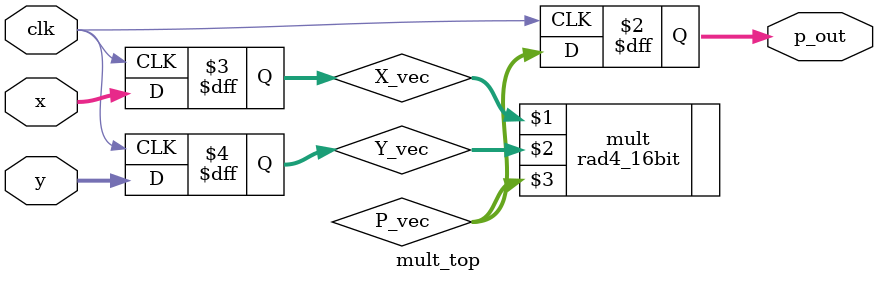
<source format=v>

`include "timescale.v"

module mult_top(
    // Clock and reset
    input clk,
    // Input X has a form x_i%d where %d denotes the bit number
    input  [15:0] x,
    // Input Y has a form y_i%d where %d denotes the bit number
    input  [15:0] y,
    // Output P has a form p_out%d where %d denotes the bit number
    output reg [31:0] p_out
    );

    
    // Now we have X_vec and Y_vec signal 
    // Then we do processing with these signals and store the 
    // intermidiate result in P_vec
    // For example purposes X_vec and Y_vec are concanated and stored in P_vec
    wire [31:0] P_vec;
    reg [15:0] X_vec;
    reg [15:0] Y_vec;
    
    rad4_16bit mult(X_vec,Y_vec,P_vec); 

 
    always @(posedge clk) 
    begin
        p_out = P_vec;
        X_vec = x;
        Y_vec = y;
    end

endmodule 


</source>
